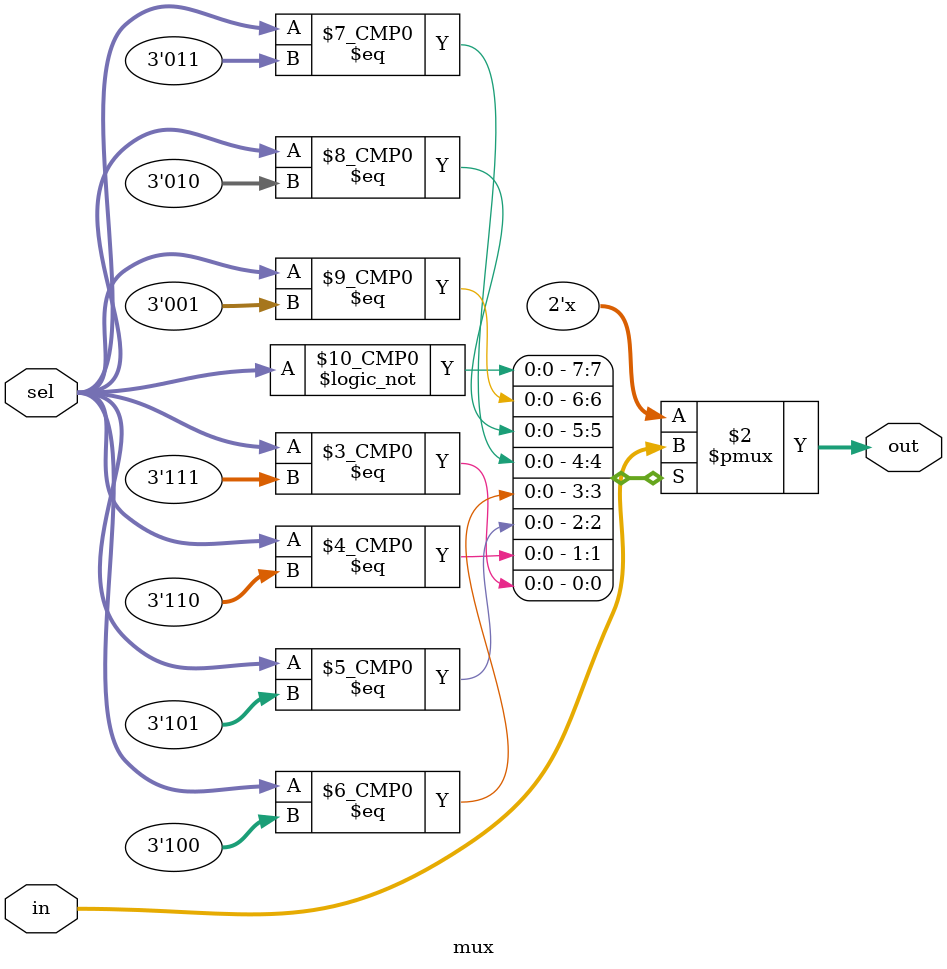
<source format=v>
module lzc(input [31:0] in, 
			   output [4:0] zero_count, 
				output all_zeroes);

wire [7:0] a;
wire [15:0] z;

genvar i;
generate

for (i = 1; i < 9; i = i+1)
begin: calc_zer0
	nlc nlc(in[4*i-1:4*i-4], a[i-1], z[2*i-1], z[2*i-2]); 
end
endgenerate

BNE BNE(a, zero_count[4:2], all_zeroes);

mux mux(z, zero_count[4:2], zero_count[1:0]); 

endmodule


module nlc(nib, a, z1, z0);
input [3:0] nib;	
output a, z0, z1;				

assign a = ~|(nib);
assign z0 = ~((~nib[2] & nib[1]) | (nib[3]));
assign z1 = ~|(nib[3:2]);	

endmodule


module BNE(a, y, Q);
input [7:0] a;
output Q;
output [2:0] y;

assign Q = &a;
assign y[2] = &a[7:4];
assign y[1] = &a[7:6] & (~a[5] | ~a[4] | &a[3:2]); 
assign y[0] = a[7] & (~a[6] | a[5] & ~a[4]) | (a[7] & a[5] & a[3] & (~a[2] | a[1]));	
				
endmodule

module mux(in, sel, out);

input [15:0] in;
input [2:0] sel;
output reg [1:0] out;

always @(*) begin

case(sel)
  0: out = in[15:14];
  1: out = in[13:12];
  2: out = in[11:10];
  3: out = in[9:8];
  4: out = in[7:6];
  5: out = in[5:4];
  6: out = in[3:2];
  7: out = in[1:0];
endcase
end
endmodule



	
		

</source>
